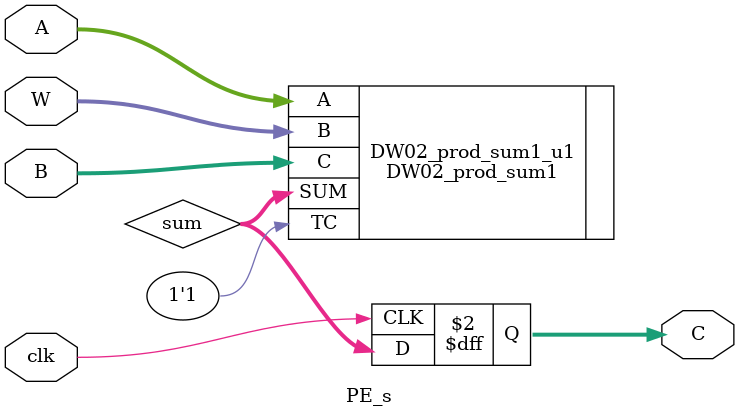
<source format=v>
`include "/usr/cadtool/cad/synopsys/synthesis/cur/dw/sim_ver/DW02_prod_sum1.v"

module PE(
	// Input signals
  clk,
  A,
  B,
  W,
	// Output signals
	C,
	D
);

input clk;
input signed [15:0] A;
input signed [35:0] B;
input signed [15:0] W;
output reg signed [35:0] C;
output reg signed [15:0] D;

wire signed [35:0] sum;
DW02_prod_sum1 #(.A_width(16), .B_width(16), .SUM_width(36))
    DW02_prod_sum1_u1 ( .A(A), .B(W), .C(B), .TC(1'b1), .SUM(sum) );

always@(posedge clk) begin
  C <= sum;
  D <= A;
end
endmodule

module PE_s(
	// Input signals
  clk,
  A,
  B,
  W,
	// Output signals
	C,
);

input clk;
input signed [15:0] A;
input signed [35:0] B;
input signed [15:0] W;
output reg signed [35:0] C;

wire signed [35:0] sum;
DW02_prod_sum1 #(.A_width(16), .B_width(16), .SUM_width(36))
    DW02_prod_sum1_u1 ( .A(A), .B(W), .C(B), .TC(1'b1), .SUM(sum) );

always@(posedge clk) begin
  C <= sum;
end
endmodule



</source>
